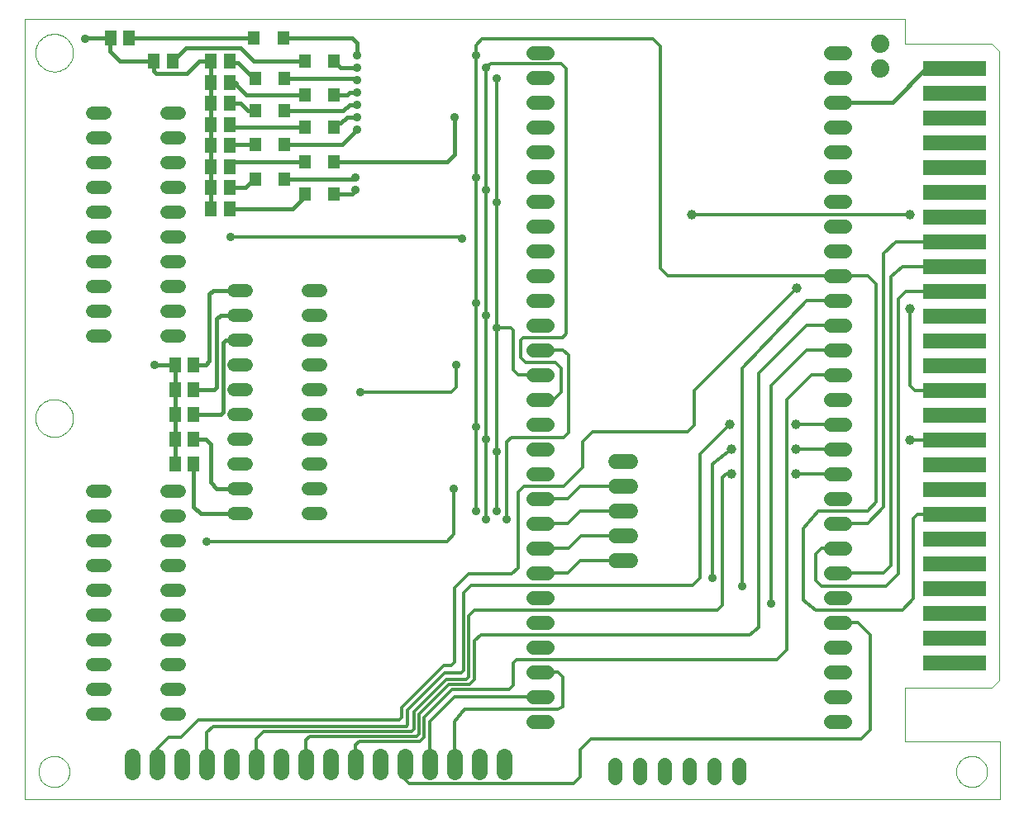
<source format=gtl>
G75*
G70*
%OFA0B0*%
%FSLAX24Y24*%
%IPPOS*%
%LPD*%
%AMOC8*
5,1,8,0,0,1.08239X$1,22.5*
%
%ADD10C,0.0000*%
%ADD11C,0.0554*%
%ADD12C,0.0520*%
%ADD13R,0.0472X0.0551*%
%ADD14C,0.0630*%
%ADD15R,0.0512X0.0591*%
%ADD16R,0.2550X0.0600*%
%ADD17C,0.0594*%
%ADD18C,0.0740*%
%ADD19C,0.0120*%
%ADD20C,0.0396*%
%ADD21C,0.0357*%
%ADD22C,0.0160*%
D10*
X000161Y010210D02*
X000161Y041706D01*
X035661Y041710D01*
X035661Y040710D01*
X039161Y040710D01*
X039461Y040410D01*
X039461Y015010D01*
X039161Y014710D01*
X035661Y014710D01*
X035661Y013710D01*
X035661Y014710D02*
X035661Y012560D01*
X039511Y012560D01*
X039511Y010210D01*
X000161Y010210D01*
X000732Y011337D02*
X000734Y011387D01*
X000740Y011436D01*
X000750Y011485D01*
X000763Y011532D01*
X000781Y011579D01*
X000802Y011624D01*
X000826Y011667D01*
X000854Y011708D01*
X000885Y011747D01*
X000919Y011783D01*
X000956Y011817D01*
X000996Y011847D01*
X001037Y011874D01*
X001081Y011898D01*
X001126Y011918D01*
X001173Y011934D01*
X001221Y011947D01*
X001270Y011956D01*
X001320Y011961D01*
X001369Y011962D01*
X001419Y011959D01*
X001468Y011952D01*
X001517Y011941D01*
X001564Y011927D01*
X001610Y011908D01*
X001655Y011886D01*
X001698Y011861D01*
X001738Y011832D01*
X001776Y011800D01*
X001812Y011766D01*
X001845Y011728D01*
X001874Y011688D01*
X001900Y011646D01*
X001923Y011602D01*
X001942Y011556D01*
X001958Y011509D01*
X001970Y011460D01*
X001978Y011411D01*
X001982Y011362D01*
X001982Y011312D01*
X001978Y011263D01*
X001970Y011214D01*
X001958Y011165D01*
X001942Y011118D01*
X001923Y011072D01*
X001900Y011028D01*
X001874Y010986D01*
X001845Y010946D01*
X001812Y010908D01*
X001776Y010874D01*
X001738Y010842D01*
X001698Y010813D01*
X001655Y010788D01*
X001610Y010766D01*
X001564Y010747D01*
X001517Y010733D01*
X001468Y010722D01*
X001419Y010715D01*
X001369Y010712D01*
X001320Y010713D01*
X001270Y010718D01*
X001221Y010727D01*
X001173Y010740D01*
X001126Y010756D01*
X001081Y010776D01*
X001037Y010800D01*
X000996Y010827D01*
X000956Y010857D01*
X000919Y010891D01*
X000885Y010927D01*
X000854Y010966D01*
X000826Y011007D01*
X000802Y011050D01*
X000781Y011095D01*
X000763Y011142D01*
X000750Y011189D01*
X000740Y011238D01*
X000734Y011287D01*
X000732Y011337D01*
X000601Y025610D02*
X000603Y025665D01*
X000609Y025719D01*
X000619Y025773D01*
X000632Y025827D01*
X000650Y025879D01*
X000671Y025929D01*
X000696Y025978D01*
X000724Y026025D01*
X000756Y026070D01*
X000791Y026112D01*
X000828Y026152D01*
X000869Y026189D01*
X000912Y026223D01*
X000957Y026254D01*
X001005Y026281D01*
X001054Y026305D01*
X001105Y026326D01*
X001158Y026342D01*
X001211Y026355D01*
X001265Y026364D01*
X001320Y026369D01*
X001375Y026370D01*
X001430Y026367D01*
X001484Y026360D01*
X001538Y026349D01*
X001591Y026334D01*
X001642Y026316D01*
X001693Y026294D01*
X001741Y026268D01*
X001788Y026239D01*
X001832Y026207D01*
X001874Y026171D01*
X001913Y026133D01*
X001949Y026091D01*
X001982Y026048D01*
X002012Y026002D01*
X002039Y025954D01*
X002062Y025904D01*
X002081Y025853D01*
X002097Y025800D01*
X002109Y025746D01*
X002117Y025692D01*
X002121Y025637D01*
X002121Y025583D01*
X002117Y025528D01*
X002109Y025474D01*
X002097Y025420D01*
X002081Y025367D01*
X002062Y025316D01*
X002039Y025266D01*
X002012Y025218D01*
X001982Y025172D01*
X001949Y025129D01*
X001913Y025087D01*
X001874Y025049D01*
X001832Y025013D01*
X001788Y024981D01*
X001741Y024952D01*
X001693Y024926D01*
X001642Y024904D01*
X001591Y024886D01*
X001538Y024871D01*
X001484Y024860D01*
X001430Y024853D01*
X001375Y024850D01*
X001320Y024851D01*
X001265Y024856D01*
X001211Y024865D01*
X001158Y024878D01*
X001105Y024894D01*
X001054Y024915D01*
X001005Y024939D01*
X000957Y024966D01*
X000912Y024997D01*
X000869Y025031D01*
X000828Y025068D01*
X000791Y025108D01*
X000756Y025150D01*
X000724Y025195D01*
X000696Y025242D01*
X000671Y025291D01*
X000650Y025341D01*
X000632Y025393D01*
X000619Y025447D01*
X000609Y025501D01*
X000603Y025555D01*
X000601Y025610D01*
X000601Y040360D02*
X000603Y040415D01*
X000609Y040469D01*
X000619Y040523D01*
X000632Y040577D01*
X000650Y040629D01*
X000671Y040679D01*
X000696Y040728D01*
X000724Y040775D01*
X000756Y040820D01*
X000791Y040862D01*
X000828Y040902D01*
X000869Y040939D01*
X000912Y040973D01*
X000957Y041004D01*
X001005Y041031D01*
X001054Y041055D01*
X001105Y041076D01*
X001158Y041092D01*
X001211Y041105D01*
X001265Y041114D01*
X001320Y041119D01*
X001375Y041120D01*
X001430Y041117D01*
X001484Y041110D01*
X001538Y041099D01*
X001591Y041084D01*
X001642Y041066D01*
X001693Y041044D01*
X001741Y041018D01*
X001788Y040989D01*
X001832Y040957D01*
X001874Y040921D01*
X001913Y040883D01*
X001949Y040841D01*
X001982Y040798D01*
X002012Y040752D01*
X002039Y040704D01*
X002062Y040654D01*
X002081Y040603D01*
X002097Y040550D01*
X002109Y040496D01*
X002117Y040442D01*
X002121Y040387D01*
X002121Y040333D01*
X002117Y040278D01*
X002109Y040224D01*
X002097Y040170D01*
X002081Y040117D01*
X002062Y040066D01*
X002039Y040016D01*
X002012Y039968D01*
X001982Y039922D01*
X001949Y039879D01*
X001913Y039837D01*
X001874Y039799D01*
X001832Y039763D01*
X001788Y039731D01*
X001741Y039702D01*
X001693Y039676D01*
X001642Y039654D01*
X001591Y039636D01*
X001538Y039621D01*
X001484Y039610D01*
X001430Y039603D01*
X001375Y039600D01*
X001320Y039601D01*
X001265Y039606D01*
X001211Y039615D01*
X001158Y039628D01*
X001105Y039644D01*
X001054Y039665D01*
X001005Y039689D01*
X000957Y039716D01*
X000912Y039747D01*
X000869Y039781D01*
X000828Y039818D01*
X000791Y039858D01*
X000756Y039900D01*
X000724Y039945D01*
X000696Y039992D01*
X000671Y040041D01*
X000650Y040091D01*
X000632Y040143D01*
X000619Y040197D01*
X000609Y040251D01*
X000603Y040305D01*
X000601Y040360D01*
X035661Y040706D02*
X035661Y041710D01*
X037740Y011337D02*
X037742Y011387D01*
X037748Y011436D01*
X037758Y011485D01*
X037771Y011532D01*
X037789Y011579D01*
X037810Y011624D01*
X037834Y011667D01*
X037862Y011708D01*
X037893Y011747D01*
X037927Y011783D01*
X037964Y011817D01*
X038004Y011847D01*
X038045Y011874D01*
X038089Y011898D01*
X038134Y011918D01*
X038181Y011934D01*
X038229Y011947D01*
X038278Y011956D01*
X038328Y011961D01*
X038377Y011962D01*
X038427Y011959D01*
X038476Y011952D01*
X038525Y011941D01*
X038572Y011927D01*
X038618Y011908D01*
X038663Y011886D01*
X038706Y011861D01*
X038746Y011832D01*
X038784Y011800D01*
X038820Y011766D01*
X038853Y011728D01*
X038882Y011688D01*
X038908Y011646D01*
X038931Y011602D01*
X038950Y011556D01*
X038966Y011509D01*
X038978Y011460D01*
X038986Y011411D01*
X038990Y011362D01*
X038990Y011312D01*
X038986Y011263D01*
X038978Y011214D01*
X038966Y011165D01*
X038950Y011118D01*
X038931Y011072D01*
X038908Y011028D01*
X038882Y010986D01*
X038853Y010946D01*
X038820Y010908D01*
X038784Y010874D01*
X038746Y010842D01*
X038706Y010813D01*
X038663Y010788D01*
X038618Y010766D01*
X038572Y010747D01*
X038525Y010733D01*
X038476Y010722D01*
X038427Y010715D01*
X038377Y010712D01*
X038328Y010713D01*
X038278Y010718D01*
X038229Y010727D01*
X038181Y010740D01*
X038134Y010756D01*
X038089Y010776D01*
X038045Y010800D01*
X038004Y010827D01*
X037964Y010857D01*
X037927Y010891D01*
X037893Y010927D01*
X037862Y010966D01*
X037834Y011007D01*
X037810Y011050D01*
X037789Y011095D01*
X037771Y011142D01*
X037758Y011189D01*
X037748Y011238D01*
X037742Y011287D01*
X037740Y011337D01*
D11*
X033238Y013360D02*
X032684Y013360D01*
X032684Y014360D02*
X033238Y014360D01*
X033238Y015360D02*
X032684Y015360D01*
X032684Y016360D02*
X033238Y016360D01*
X033238Y017360D02*
X032684Y017360D01*
X032684Y018360D02*
X033238Y018360D01*
X033238Y019360D02*
X032684Y019360D01*
X032684Y020360D02*
X033238Y020360D01*
X033238Y021360D02*
X032684Y021360D01*
X032684Y022360D02*
X033238Y022360D01*
X033238Y023360D02*
X032684Y023360D01*
X032684Y024360D02*
X033238Y024360D01*
X033238Y025360D02*
X032684Y025360D01*
X032684Y026360D02*
X033238Y026360D01*
X033238Y027360D02*
X032684Y027360D01*
X032684Y028360D02*
X033238Y028360D01*
X033238Y029360D02*
X032684Y029360D01*
X032684Y030360D02*
X033238Y030360D01*
X033238Y031360D02*
X032684Y031360D01*
X032684Y032360D02*
X033238Y032360D01*
X033238Y033360D02*
X032684Y033360D01*
X032684Y034360D02*
X033238Y034360D01*
X033238Y035360D02*
X032684Y035360D01*
X032684Y036360D02*
X033238Y036360D01*
X033238Y037360D02*
X032684Y037360D01*
X032684Y038360D02*
X033238Y038360D01*
X033238Y039360D02*
X032684Y039360D01*
X032684Y040360D02*
X033238Y040360D01*
X021238Y040360D02*
X020684Y040360D01*
X020684Y039360D02*
X021238Y039360D01*
X021238Y038360D02*
X020684Y038360D01*
X020684Y037360D02*
X021238Y037360D01*
X021238Y036360D02*
X020684Y036360D01*
X020684Y035360D02*
X021238Y035360D01*
X021238Y034360D02*
X020684Y034360D01*
X020684Y033360D02*
X021238Y033360D01*
X021238Y032360D02*
X020684Y032360D01*
X020684Y031360D02*
X021238Y031360D01*
X021238Y030360D02*
X020684Y030360D01*
X020684Y029360D02*
X021238Y029360D01*
X021238Y028360D02*
X020684Y028360D01*
X020684Y027360D02*
X021238Y027360D01*
X021238Y026360D02*
X020684Y026360D01*
X020684Y025360D02*
X021238Y025360D01*
X021238Y024360D02*
X020684Y024360D01*
X020684Y023360D02*
X021238Y023360D01*
X021238Y022360D02*
X020684Y022360D01*
X020684Y021360D02*
X021238Y021360D01*
X021238Y020360D02*
X020684Y020360D01*
X020684Y019360D02*
X021238Y019360D01*
X021238Y018360D02*
X020684Y018360D01*
X020684Y017360D02*
X021238Y017360D01*
X021238Y016360D02*
X020684Y016360D01*
X020684Y015360D02*
X021238Y015360D01*
X021238Y014360D02*
X020684Y014360D01*
X020684Y013360D02*
X021238Y013360D01*
X023961Y011637D02*
X023961Y011083D01*
X024961Y011083D02*
X024961Y011637D01*
X025961Y011637D02*
X025961Y011083D01*
X026961Y011083D02*
X026961Y011637D01*
X027961Y011637D02*
X027961Y011083D01*
X028961Y011083D02*
X028961Y011637D01*
D12*
X012121Y021760D02*
X011601Y021760D01*
X011601Y022760D02*
X012121Y022760D01*
X012121Y023760D02*
X011601Y023760D01*
X011601Y024760D02*
X012121Y024760D01*
X012121Y025760D02*
X011601Y025760D01*
X011601Y026760D02*
X012121Y026760D01*
X012121Y027760D02*
X011601Y027760D01*
X011601Y028760D02*
X012121Y028760D01*
X012121Y029760D02*
X011601Y029760D01*
X011601Y030760D02*
X012121Y030760D01*
X009121Y030760D02*
X008601Y030760D01*
X008601Y029760D02*
X009121Y029760D01*
X009121Y028760D02*
X008601Y028760D01*
X008601Y027760D02*
X009121Y027760D01*
X009121Y026760D02*
X008601Y026760D01*
X008601Y025760D02*
X009121Y025760D01*
X009121Y024760D02*
X008601Y024760D01*
X008601Y023760D02*
X009121Y023760D01*
X009121Y022760D02*
X008601Y022760D01*
X008601Y021760D02*
X009121Y021760D01*
X006421Y021660D02*
X005901Y021660D01*
X005901Y022660D02*
X006421Y022660D01*
X006421Y020660D02*
X005901Y020660D01*
X005901Y019660D02*
X006421Y019660D01*
X006421Y018660D02*
X005901Y018660D01*
X005901Y017660D02*
X006421Y017660D01*
X006421Y016660D02*
X005901Y016660D01*
X005901Y015660D02*
X006421Y015660D01*
X006421Y014660D02*
X005901Y014660D01*
X005901Y013660D02*
X006421Y013660D01*
X003421Y013660D02*
X002901Y013660D01*
X002901Y014660D02*
X003421Y014660D01*
X003421Y015660D02*
X002901Y015660D01*
X002901Y016660D02*
X003421Y016660D01*
X003421Y017660D02*
X002901Y017660D01*
X002901Y018660D02*
X003421Y018660D01*
X003421Y019660D02*
X002901Y019660D01*
X002901Y020660D02*
X003421Y020660D01*
X003421Y021660D02*
X002901Y021660D01*
X002901Y022660D02*
X003421Y022660D01*
X003421Y028910D02*
X002901Y028910D01*
X002901Y029910D02*
X003421Y029910D01*
X003421Y030910D02*
X002901Y030910D01*
X002901Y031910D02*
X003421Y031910D01*
X003421Y032910D02*
X002901Y032910D01*
X002901Y033910D02*
X003421Y033910D01*
X003421Y034910D02*
X002901Y034910D01*
X002901Y035910D02*
X003421Y035910D01*
X003421Y036910D02*
X002901Y036910D01*
X002901Y037910D02*
X003421Y037910D01*
X005901Y037910D02*
X006421Y037910D01*
X006421Y036910D02*
X005901Y036910D01*
X005901Y035910D02*
X006421Y035910D01*
X006421Y034910D02*
X005901Y034910D01*
X005901Y033910D02*
X006421Y033910D01*
X006421Y032910D02*
X005901Y032910D01*
X005901Y031910D02*
X006421Y031910D01*
X006421Y030910D02*
X005901Y030910D01*
X005901Y029910D02*
X006421Y029910D01*
X006421Y028910D02*
X005901Y028910D01*
D13*
X011471Y034660D03*
X010652Y035260D03*
X011471Y035960D03*
X010652Y036660D03*
X011471Y037360D03*
X010652Y038010D03*
X011471Y038660D03*
X010652Y039310D03*
X011471Y040010D03*
X012652Y040010D03*
X012652Y038660D03*
X012652Y037360D03*
X012652Y035960D03*
X012652Y034660D03*
X009471Y035260D03*
X009471Y036660D03*
X009471Y038010D03*
X009471Y039310D03*
X009421Y040960D03*
X010602Y040960D03*
D14*
X010507Y011966D02*
X010507Y011337D01*
X011507Y011337D02*
X011507Y011966D01*
X012507Y011966D02*
X012507Y011337D01*
X013507Y011337D02*
X013507Y011966D01*
X014507Y011966D02*
X014507Y011337D01*
X015507Y011337D02*
X015507Y011966D01*
X016507Y011966D02*
X016507Y011337D01*
X017507Y011337D02*
X017507Y011966D01*
X018507Y011966D02*
X018507Y011337D01*
X019507Y011337D02*
X019507Y011966D01*
X009507Y011966D02*
X009507Y011337D01*
X008507Y011337D02*
X008507Y011966D01*
X007507Y011966D02*
X007507Y011337D01*
X006507Y011337D02*
X006507Y011966D01*
X005507Y011966D02*
X005507Y011337D01*
X004507Y011337D02*
X004507Y011966D01*
D15*
X006237Y023760D03*
X006985Y023760D03*
X006985Y024760D03*
X006237Y024760D03*
X006237Y025760D03*
X006985Y025760D03*
X006985Y026760D03*
X006237Y026760D03*
X006237Y027760D03*
X006985Y027760D03*
X007687Y034060D03*
X008435Y034060D03*
X008435Y034910D03*
X007687Y034910D03*
X007687Y035760D03*
X008435Y035760D03*
X008435Y036610D03*
X007687Y036610D03*
X007687Y037460D03*
X008435Y037460D03*
X008435Y038310D03*
X008435Y039160D03*
X007687Y039160D03*
X007687Y038310D03*
X007687Y040010D03*
X008435Y040010D03*
X006135Y040010D03*
X005387Y040010D03*
X004385Y040960D03*
X003637Y040960D03*
D16*
X037661Y039710D03*
X037661Y038710D03*
X037661Y037710D03*
X037661Y036710D03*
X037661Y035710D03*
X037661Y034710D03*
X037661Y033710D03*
X037661Y032710D03*
X037661Y031710D03*
X037661Y030710D03*
X037661Y029710D03*
X037661Y028710D03*
X037661Y027710D03*
X037661Y026710D03*
X037661Y025710D03*
X037661Y024710D03*
X037661Y023710D03*
X037661Y022710D03*
X037661Y021710D03*
X037661Y020710D03*
X037661Y019710D03*
X037661Y018710D03*
X037661Y017710D03*
X037661Y016710D03*
X037661Y015710D03*
D17*
X024608Y019860D02*
X024014Y019860D01*
X024014Y020860D02*
X024608Y020860D01*
X024608Y021860D02*
X024014Y021860D01*
X024014Y022860D02*
X024608Y022860D01*
X024608Y023860D02*
X024014Y023860D01*
D18*
X034661Y039710D03*
X034661Y040710D03*
D19*
X035861Y033810D02*
X027061Y033810D01*
X025811Y031660D02*
X025811Y040610D01*
X025511Y040910D01*
X018611Y040910D01*
X018361Y040660D01*
X018361Y040260D01*
X018361Y035310D01*
X018361Y030260D01*
X018361Y025260D01*
X018361Y021860D01*
X018761Y021510D02*
X018761Y024760D01*
X018761Y029760D01*
X018761Y034810D01*
X018761Y039760D01*
X018961Y039910D01*
X021811Y039910D01*
X022011Y039710D01*
X022011Y029010D01*
X021861Y028860D01*
X020261Y028860D01*
X020161Y028760D01*
X020161Y028060D01*
X020361Y027860D01*
X021561Y027860D01*
X021811Y027610D01*
X021811Y026660D01*
X021511Y026360D01*
X020961Y026360D01*
X020961Y027360D02*
X020061Y027360D01*
X019861Y027560D01*
X019861Y029160D01*
X019761Y029260D01*
X019211Y029260D01*
X019211Y034310D01*
X019211Y039310D01*
X017761Y032910D02*
X017811Y032860D01*
X017761Y032910D02*
X008461Y032910D01*
X013711Y026660D02*
X017361Y026660D01*
X017561Y026860D01*
X017561Y027760D01*
X019211Y029260D02*
X019211Y024260D01*
X019211Y021860D01*
X019611Y021510D02*
X019611Y024660D01*
X019811Y024810D01*
X021911Y024810D01*
X022111Y025010D01*
X022111Y028160D01*
X021861Y028360D01*
X020961Y028360D01*
X023061Y025060D02*
X022661Y024660D01*
X022661Y023610D01*
X021911Y022860D01*
X020311Y022860D01*
X020061Y022610D01*
X020061Y019560D01*
X019811Y019310D01*
X018061Y019310D01*
X017511Y018760D01*
X017511Y015760D01*
X017361Y015610D01*
X017061Y015610D01*
X015361Y013910D01*
X015361Y013510D01*
X015261Y013410D01*
X007161Y013410D01*
X006461Y012710D01*
X005961Y012710D01*
X005507Y012255D01*
X005507Y011337D01*
X007507Y011337D02*
X007511Y011341D01*
X007511Y012160D01*
X007511Y012910D01*
X007761Y013160D01*
X015561Y013160D01*
X015611Y013210D01*
X015611Y013810D01*
X017111Y015310D01*
X017761Y015310D01*
X017861Y015410D01*
X017861Y018560D01*
X018161Y018860D01*
X027111Y018860D01*
X027411Y019160D01*
X027411Y024160D01*
X028611Y025360D01*
X028661Y024360D02*
X027911Y023760D01*
X027911Y019160D01*
X028311Y018060D02*
X028111Y017860D01*
X018311Y017860D01*
X018061Y017610D01*
X018061Y015160D01*
X017961Y015060D01*
X017161Y015060D01*
X015861Y013760D01*
X015861Y013060D01*
X015761Y012960D01*
X009811Y012960D01*
X009511Y012660D01*
X009511Y011341D01*
X009507Y011337D01*
X008507Y011337D02*
X008507Y012205D01*
X010507Y011337D02*
X010511Y011341D01*
X011507Y011337D02*
X011507Y012305D01*
X011511Y012310D01*
X011511Y012610D01*
X011661Y012760D01*
X015961Y012760D01*
X016061Y012860D01*
X016061Y013660D01*
X017261Y014860D01*
X018111Y014860D01*
X018311Y015060D01*
X018311Y016610D01*
X018561Y016860D01*
X029411Y016860D01*
X029761Y017160D01*
X029761Y027410D01*
X031711Y029360D01*
X032961Y029360D01*
X032961Y030360D02*
X031711Y030360D01*
X029111Y027610D01*
X029111Y018810D01*
X028311Y018060D02*
X028311Y023210D01*
X028461Y023360D01*
X028661Y023360D01*
X026911Y025060D02*
X027161Y025310D01*
X027161Y026710D01*
X031311Y030860D01*
X032961Y031360D02*
X026111Y031360D01*
X025811Y031660D01*
X030261Y026910D02*
X030261Y018110D01*
X031561Y018260D02*
X031561Y021160D01*
X032161Y021860D01*
X034161Y021860D01*
X034511Y022210D01*
X034511Y031010D01*
X034161Y031360D01*
X032961Y031360D01*
X034811Y032260D02*
X035311Y032710D01*
X037661Y032710D01*
X037661Y031710D02*
X035561Y031710D01*
X035111Y031310D01*
X035111Y019660D01*
X034811Y019360D01*
X032961Y019360D01*
X032311Y018810D02*
X034911Y018810D01*
X035411Y019310D01*
X035411Y030410D01*
X035711Y030710D01*
X037661Y030710D01*
X035861Y030010D02*
X035861Y026910D01*
X036061Y026710D01*
X037661Y026710D01*
X037661Y024710D02*
X035861Y024710D01*
X034811Y022010D02*
X034811Y032260D01*
X032961Y028360D02*
X031711Y028360D01*
X030261Y026910D01*
X030911Y026360D02*
X031911Y027360D01*
X032961Y027360D01*
X032961Y025360D02*
X031261Y025360D01*
X031261Y024360D02*
X032961Y024360D01*
X032961Y023360D02*
X031261Y023360D01*
X032961Y021360D02*
X034161Y021360D01*
X034811Y022010D01*
X036011Y021560D02*
X036011Y018310D01*
X035561Y017860D01*
X032061Y017860D01*
X031561Y018260D01*
X032311Y018810D02*
X032061Y019060D01*
X032061Y020110D01*
X032311Y020360D01*
X032961Y020360D01*
X032961Y017360D02*
X033761Y017360D01*
X034261Y016860D01*
X034261Y013010D01*
X033911Y012660D01*
X023011Y012660D01*
X022561Y012210D01*
X022561Y011110D01*
X022311Y010860D01*
X015661Y010860D01*
X015507Y011014D01*
X015507Y011337D01*
X016507Y011337D02*
X016511Y011341D01*
X016511Y013360D01*
X017511Y014360D01*
X020961Y014360D01*
X021661Y013860D02*
X021861Y013960D01*
X021861Y015160D01*
X021661Y015360D01*
X020961Y015360D01*
X020011Y015860D02*
X019861Y015710D01*
X019861Y014810D01*
X019711Y014660D01*
X017411Y014660D01*
X016261Y013510D01*
X016261Y012710D01*
X016111Y012560D01*
X013661Y012560D01*
X013511Y012410D01*
X013511Y011341D01*
X013507Y011337D01*
X017507Y011337D02*
X017507Y013355D01*
X017911Y013860D01*
X021661Y013860D01*
X020011Y015860D02*
X030511Y015860D01*
X030911Y016260D01*
X030911Y026360D01*
X026911Y025060D02*
X023061Y025060D01*
X022561Y022860D02*
X024311Y022860D01*
X024311Y021860D02*
X022561Y021860D01*
X022061Y021360D01*
X020961Y021360D01*
X020961Y022360D02*
X022061Y022360D01*
X022561Y022860D01*
X022611Y020860D02*
X022111Y020360D01*
X020961Y020360D01*
X020961Y019360D02*
X022061Y019360D01*
X022561Y019860D01*
X024311Y019860D01*
X024311Y020860D02*
X022611Y020860D01*
X017461Y020910D02*
X017461Y022760D01*
X017461Y020910D02*
X017211Y020610D01*
X007511Y020610D01*
X036011Y021560D02*
X036161Y021710D01*
X037661Y021710D01*
D20*
X035861Y024710D03*
X031261Y024360D03*
X031261Y025360D03*
X031261Y023360D03*
X028661Y023360D03*
X028661Y024360D03*
X028611Y025360D03*
X031311Y030860D03*
X027061Y033810D03*
X035861Y033810D03*
X035861Y030010D03*
D21*
X027911Y019160D03*
X029111Y018810D03*
X030261Y018110D03*
X019611Y021510D03*
X019211Y021860D03*
X018761Y021510D03*
X018361Y021860D03*
X017461Y022760D03*
X019211Y024260D03*
X018761Y024760D03*
X018361Y025260D03*
X017561Y027760D03*
X019211Y029260D03*
X018761Y029760D03*
X018361Y030260D03*
X017811Y032860D03*
X019211Y034310D03*
X018761Y034810D03*
X018361Y035310D03*
X017511Y037760D03*
X019211Y039310D03*
X018761Y039760D03*
X018361Y040260D03*
X013561Y040260D03*
X013561Y039760D03*
X013561Y039260D03*
X013561Y038760D03*
X013561Y038260D03*
X013561Y037760D03*
X013561Y037260D03*
X013511Y035310D03*
X013511Y034810D03*
X008461Y032910D03*
X005411Y027760D03*
X007511Y020610D03*
X013711Y026660D03*
X002611Y040910D03*
D22*
X002661Y040960D01*
X003637Y040960D01*
X003611Y040934D01*
X003611Y040410D01*
X004011Y040010D01*
X005387Y040010D01*
X005361Y039984D01*
X005361Y039610D01*
X005461Y039510D01*
X006711Y039510D01*
X007211Y040010D01*
X007687Y040010D01*
X007687Y039160D01*
X007687Y038310D01*
X007687Y037460D01*
X007687Y036610D01*
X007687Y035760D01*
X007687Y034910D01*
X007687Y034060D01*
X008435Y034060D02*
X010961Y034060D01*
X011471Y034569D01*
X011471Y034660D01*
X010652Y035260D02*
X013461Y035260D01*
X013511Y035310D01*
X013511Y034810D02*
X013361Y034660D01*
X012652Y034660D01*
X012652Y035960D02*
X017211Y035960D01*
X017511Y036260D01*
X017511Y037760D01*
X013561Y037760D02*
X013161Y037760D01*
X012911Y037510D01*
X012802Y037510D01*
X012652Y037360D01*
X012961Y036660D02*
X013561Y037260D01*
X012961Y036660D02*
X010652Y036660D01*
X011471Y037360D02*
X008535Y037360D01*
X008435Y037460D01*
X007711Y037460D02*
X007687Y037460D01*
X008485Y036660D02*
X008435Y036610D01*
X008485Y036660D02*
X009471Y036660D01*
X008635Y035960D02*
X008435Y035760D01*
X008635Y035960D02*
X011471Y035960D01*
X009471Y035260D02*
X009411Y035260D01*
X009061Y034910D01*
X008435Y034910D01*
X009161Y038010D02*
X008861Y038310D01*
X008435Y038310D01*
X009111Y038660D02*
X008711Y039060D01*
X008711Y039110D01*
X008661Y039160D01*
X008435Y039160D01*
X009111Y038660D02*
X011471Y038660D01*
X010652Y039310D02*
X013511Y039310D01*
X013561Y039260D01*
X013561Y039760D02*
X012902Y039760D01*
X012652Y040010D01*
X013561Y040260D02*
X013561Y040760D01*
X013361Y040960D01*
X010602Y040960D01*
X009421Y040960D02*
X004385Y040960D01*
X006135Y040010D02*
X006685Y040560D01*
X008861Y040560D01*
X009411Y040010D01*
X011471Y040010D01*
X012652Y038660D02*
X013161Y038660D01*
X013261Y038760D01*
X013561Y038760D01*
X013561Y038260D02*
X013261Y038260D01*
X013011Y038010D01*
X010652Y038010D01*
X009471Y038010D02*
X009161Y038010D01*
X009411Y039310D02*
X008761Y039960D01*
X008485Y039960D01*
X008435Y040010D01*
X009411Y039310D02*
X009471Y039310D01*
X008861Y030760D02*
X007761Y030760D01*
X007611Y030610D01*
X007611Y027910D01*
X007461Y027760D01*
X006985Y027760D01*
X006237Y027760D02*
X006237Y026760D01*
X006237Y025760D01*
X006237Y024760D01*
X006237Y023760D01*
X006985Y023760D02*
X006985Y022036D01*
X007261Y021760D01*
X008861Y021760D01*
X008861Y022760D02*
X007911Y022760D01*
X007661Y023010D01*
X007661Y024560D01*
X007461Y024760D01*
X006985Y024760D01*
X006985Y025760D02*
X008061Y025760D01*
X008161Y025860D01*
X008161Y028660D01*
X008261Y028760D01*
X008861Y028760D01*
X008861Y029760D02*
X008061Y029760D01*
X007911Y029610D01*
X007911Y026860D01*
X007811Y026760D01*
X006985Y026760D01*
X006237Y027760D02*
X005411Y027760D01*
X032961Y038360D02*
X035161Y038360D01*
X036511Y039710D01*
X037661Y039710D01*
M02*

</source>
